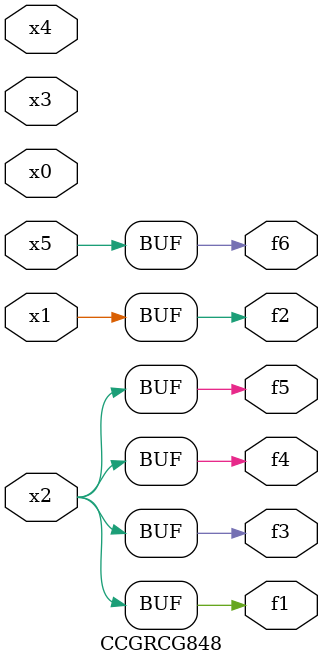
<source format=v>
module CCGRCG848(
	input x0, x1, x2, x3, x4, x5,
	output f1, f2, f3, f4, f5, f6
);
	assign f1 = x2;
	assign f2 = x1;
	assign f3 = x2;
	assign f4 = x2;
	assign f5 = x2;
	assign f6 = x5;
endmodule

</source>
